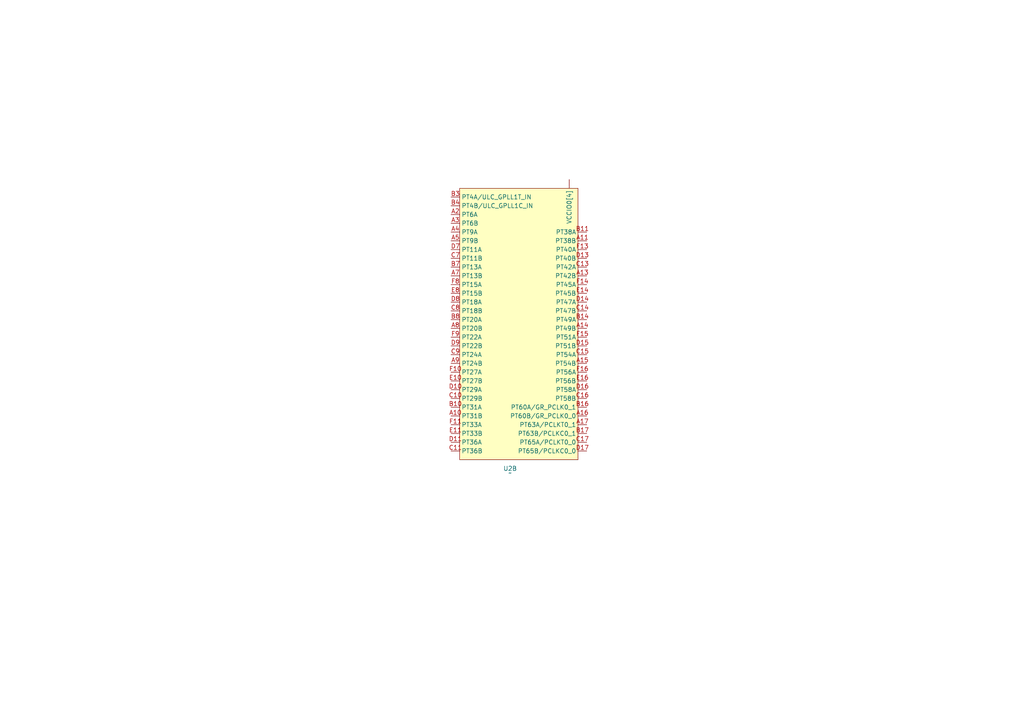
<source format=kicad_sch>
(kicad_sch (version 20231120) (generator "eeschema") (generator_version "8.0")
  (paper "A4")
  (title_block (title "${Project Designation}") (date "2024-06-30") (rev "${Revision}") (comment 1 "${Project Title}") (comment 2 "FPGA BANK 0") (comment 3 "${Part Number}"))
  (lib_symbols
    (symbol "ECAP5-BSOM:LFE5U-85F-*BG756*"
      (property "Reference" "U" (at -1.016 3.81 0))
      (symbol "LFE5U-85F-*BG756*_1_0"
        (pin power_in line (at 8.89 -15.24 90) (length 2.54) (name "GND[265]") (number ""))
        (pin power_in line (at 22.86 0 180) (length 2.54) (name "VCCAUX[8]") (number ""))
        (pin power_in line (at -5.08 0 0) (length 2.54) (name "VCC[36]") (number ""))
        (pin power_in line (at 8.89 -15.24 90) (length 2.54) hide (name "GND") (number "AA11"))
        (pin power_in line (at -5.08 0 0) (length 2.54) hide (name "VCC") (number "AA12"))
        (pin power_in line (at -5.08 0 0) (length 2.54) hide (name "VCC") (number "AA13"))
        (pin power_in line (at -5.08 0 0) (length 2.54) hide (name "VCC") (number "AA14"))
        (pin power_in line (at -5.08 0 0) (length 2.54) hide (name "VCC") (number "AA15"))
        (pin power_in line (at -5.08 0 0) (length 2.54) hide (name "VCC") (number "AA16"))
        (pin power_in line (at -5.08 0 0) (length 2.54) hide (name "VCC") (number "AA17"))
        (pin power_in line (at -5.08 0 0) (length 2.54) hide (name "VCC") (number "AA18"))
        (pin power_in line (at -5.08 0 0) (length 2.54) hide (name "VCC") (number "AA19"))
        (pin power_in line (at -5.08 0 0) (length 2.54) hide (name "VCC") (number "AA20"))
        (pin power_in line (at -5.08 0 0) (length 2.54) hide (name "VCC") (number "AA21"))
        (pin power_in line (at 8.89 -15.24 90) (length 2.54) hide (name "GND") (number "AA22"))
        (pin power_in line (at 8.89 -15.24 90) (length 2.54) hide (name "GND") (number "AB11"))
        (pin power_in line (at 8.89 -15.24 90) (length 2.54) hide (name "GND") (number "AB12"))
        (pin power_in line (at 8.89 -15.24 90) (length 2.54) hide (name "GND") (number "AB13"))
        (pin power_in line (at 8.89 -15.24 90) (length 2.54) hide (name "GND") (number "AB14"))
        (pin power_in line (at 8.89 -15.24 90) (length 2.54) hide (name "GND") (number "AB15"))
        (pin power_in line (at 8.89 -15.24 90) (length 2.54) hide (name "GND") (number "AB16"))
        (pin power_in line (at 8.89 -15.24 90) (length 2.54) hide (name "GND") (number "AB17"))
        (pin power_in line (at 8.89 -15.24 90) (length 2.54) hide (name "GND") (number "AB18"))
        (pin power_in line (at 8.89 -15.24 90) (length 2.54) hide (name "GND") (number "AB19"))
        (pin power_in line (at 8.89 -15.24 90) (length 2.54) hide (name "GND") (number "AB20"))
        (pin power_in line (at 8.89 -15.24 90) (length 2.54) hide (name "GND") (number "AB21"))
        (pin power_in line (at 8.89 -15.24 90) (length 2.54) hide (name "GND") (number "AB22"))
        (pin power_in line (at 22.86 0 180) (length 2.54) hide (name "VCCAUX") (number "AC11"))
        (pin power_in line (at 8.89 -15.24 90) (length 2.54) hide (name "GND") (number "AC12"))
        (pin power_in line (at 8.89 -15.24 90) (length 2.54) hide (name "GND") (number "AC13"))
        (pin power_in line (at 8.89 -15.24 90) (length 2.54) hide (name "GND") (number "AC14"))
        (pin power_in line (at 8.89 -15.24 90) (length 2.54) hide (name "GND") (number "AC15"))
        (pin power_in line (at 8.89 -15.24 90) (length 2.54) hide (name "GND") (number "AC16"))
        (pin power_in line (at 8.89 -15.24 90) (length 2.54) hide (name "GND") (number "AC17"))
        (pin power_in line (at 8.89 -15.24 90) (length 2.54) hide (name "GND") (number "AC18"))
        (pin power_in line (at 8.89 -15.24 90) (length 2.54) hide (name "GND") (number "AC19"))
        (pin power_in line (at 8.89 -15.24 90) (length 2.54) hide (name "GND") (number "AC20"))
        (pin power_in line (at 8.89 -15.24 90) (length 2.54) hide (name "GND") (number "AC21"))
        (pin power_in line (at 22.86 0 180) (length 2.54) hide (name "VCCAUX") (number "AC22"))
        (pin power_in line (at 8.89 -15.24 90) (length 2.54) hide (name "GND") (number "AD2"))
        (pin power_in line (at 8.89 -15.24 90) (length 2.54) hide (name "GND") (number "AD28"))
        (pin power_in line (at 8.89 -15.24 90) (length 2.54) hide (name "GND") (number "AD31"))
        (pin power_in line (at 8.89 -15.24 90) (length 2.54) hide (name "GND") (number "AD5"))
        (pin power_in line (at 8.89 -15.24 90) (length 2.54) hide (name "GND") (number "AF11"))
        (pin power_in line (at 8.89 -15.24 90) (length 2.54) hide (name "GND") (number "AF12"))
        (pin power_in line (at 8.89 -15.24 90) (length 2.54) hide (name "GND") (number "AF14"))
        (pin power_in line (at 8.89 -15.24 90) (length 2.54) hide (name "GND") (number "AF15"))
        (pin power_in line (at 8.89 -15.24 90) (length 2.54) hide (name "GND") (number "AF16"))
        (pin power_in line (at 8.89 -15.24 90) (length 2.54) hide (name "GND") (number "AF17"))
        (pin power_in line (at 8.89 -15.24 90) (length 2.54) hide (name "GND") (number "AF19"))
        (pin power_in line (at 8.89 -15.24 90) (length 2.54) hide (name "GND") (number "AF20"))
        (pin power_in line (at 8.89 -15.24 90) (length 2.54) hide (name "GND") (number "AF22"))
        (pin power_in line (at 8.89 -15.24 90) (length 2.54) hide (name "GND") (number "AF23"))
        (pin power_in line (at 8.89 -15.24 90) (length 2.54) hide (name "GND") (number "AG11"))
        (pin power_in line (at 8.89 -15.24 90) (length 2.54) hide (name "GND") (number "AG12"))
        (pin power_in line (at 8.89 -15.24 90) (length 2.54) hide (name "GND") (number "AG14"))
        (pin power_in line (at 8.89 -15.24 90) (length 2.54) hide (name "GND") (number "AG15"))
        (pin power_in line (at 8.89 -15.24 90) (length 2.54) hide (name "GND") (number "AG16"))
        (pin power_in line (at 8.89 -15.24 90) (length 2.54) hide (name "GND") (number "AG17"))
        (pin power_in line (at 8.89 -15.24 90) (length 2.54) hide (name "GND") (number "AG19"))
        (pin power_in line (at 8.89 -15.24 90) (length 2.54) hide (name "GND") (number "AG20"))
        (pin power_in line (at 8.89 -15.24 90) (length 2.54) hide (name "GND") (number "AG22"))
        (pin power_in line (at 8.89 -15.24 90) (length 2.54) hide (name "GND") (number "AG23"))
        (pin power_in line (at 8.89 -15.24 90) (length 2.54) hide (name "GND") (number "AG9"))
        (pin power_in line (at 8.89 -15.24 90) (length 2.54) hide (name "GND") (number "AH11"))
        (pin power_in line (at 8.89 -15.24 90) (length 2.54) hide (name "GND") (number "AH12"))
        (pin power_in line (at 8.89 -15.24 90) (length 2.54) hide (name "GND") (number "AH14"))
        (pin power_in line (at 8.89 -15.24 90) (length 2.54) hide (name "GND") (number "AH15"))
        (pin power_in line (at 8.89 -15.24 90) (length 2.54) hide (name "GND") (number "AH16"))
        (pin power_in line (at 8.89 -15.24 90) (length 2.54) hide (name "GND") (number "AH17"))
        (pin power_in line (at 8.89 -15.24 90) (length 2.54) hide (name "GND") (number "AH19"))
        (pin power_in line (at 8.89 -15.24 90) (length 2.54) hide (name "GND") (number "AH2"))
        (pin power_in line (at 8.89 -15.24 90) (length 2.54) hide (name "GND") (number "AH20"))
        (pin power_in line (at 8.89 -15.24 90) (length 2.54) hide (name "GND") (number "AH22"))
        (pin power_in line (at 8.89 -15.24 90) (length 2.54) hide (name "GND") (number "AH23"))
        (pin power_in line (at 8.89 -15.24 90) (length 2.54) hide (name "GND") (number "AH24"))
        (pin power_in line (at 8.89 -15.24 90) (length 2.54) hide (name "GND") (number "AH25"))
        (pin power_in line (at 8.89 -15.24 90) (length 2.54) hide (name "GND") (number "AH26"))
        (pin power_in line (at 8.89 -15.24 90) (length 2.54) hide (name "GND") (number "AH29"))
        (pin power_in line (at 8.89 -15.24 90) (length 2.54) hide (name "GND") (number "AH31"))
        (pin power_in line (at 8.89 -15.24 90) (length 2.54) hide (name "GND") (number "AH5"))
        (pin power_in line (at 8.89 -15.24 90) (length 2.54) hide (name "GND") (number "AH7"))
        (pin power_in line (at 8.89 -15.24 90) (length 2.54) hide (name "GND") (number "AH8"))
        (pin power_in line (at 8.89 -15.24 90) (length 2.54) hide (name "GND") (number "AH9"))
        (pin power_in line (at 8.89 -15.24 90) (length 2.54) hide (name "GND") (number "AJ10"))
        (pin power_in line (at 8.89 -15.24 90) (length 2.54) hide (name "GND") (number "AJ11"))
        (pin power_in line (at 8.89 -15.24 90) (length 2.54) hide (name "GND") (number "AJ12"))
        (pin power_in line (at 8.89 -15.24 90) (length 2.54) hide (name "GND") (number "AJ13"))
        (pin power_in line (at 8.89 -15.24 90) (length 2.54) hide (name "GND") (number "AJ14"))
        (pin power_in line (at 8.89 -15.24 90) (length 2.54) hide (name "GND") (number "AJ15"))
        (pin power_in line (at 8.89 -15.24 90) (length 2.54) hide (name "GND") (number "AJ16"))
        (pin power_in line (at 8.89 -15.24 90) (length 2.54) hide (name "GND") (number "AJ17"))
        (pin power_in line (at 8.89 -15.24 90) (length 2.54) hide (name "GND") (number "AJ18"))
        (pin power_in line (at 8.89 -15.24 90) (length 2.54) hide (name "GND") (number "AJ19"))
        (pin power_in line (at 8.89 -15.24 90) (length 2.54) hide (name "GND") (number "AJ20"))
        (pin power_in line (at 8.89 -15.24 90) (length 2.54) hide (name "GND") (number "AJ21"))
        (pin power_in line (at 8.89 -15.24 90) (length 2.54) hide (name "GND") (number "AJ22"))
        (pin power_in line (at 8.89 -15.24 90) (length 2.54) hide (name "GND") (number "AJ23"))
        (pin power_in line (at 8.89 -15.24 90) (length 2.54) hide (name "GND") (number "AJ24"))
        (pin power_in line (at 8.89 -15.24 90) (length 2.54) hide (name "GND") (number "AJ25"))
        (pin power_in line (at 8.89 -15.24 90) (length 2.54) hide (name "GND") (number "AJ26"))
        (pin power_in line (at 8.89 -15.24 90) (length 2.54) hide (name "GND") (number "AJ7"))
        (pin power_in line (at 8.89 -15.24 90) (length 2.54) hide (name "GND") (number "AJ8"))
        (pin power_in line (at 8.89 -15.24 90) (length 2.54) hide (name "GND") (number "AJ9"))
        (pin power_in line (at 8.89 -15.24 90) (length 2.54) hide (name "GND") (number "AK11"))
        (pin power_in line (at 8.89 -15.24 90) (length 2.54) hide (name "GND") (number "AK14"))
        (pin power_in line (at 8.89 -15.24 90) (length 2.54) hide (name "GND") (number "AK17"))
        (pin power_in line (at 8.89 -15.24 90) (length 2.54) hide (name "GND") (number "AK20"))
        (pin power_in line (at 8.89 -15.24 90) (length 2.54) hide (name "GND") (number "AK23"))
        (pin power_in line (at 8.89 -15.24 90) (length 2.54) hide (name "GND") (number "AK26"))
        (pin power_in line (at 8.89 -15.24 90) (length 2.54) hide (name "GND") (number "AK7"))
        (pin power_in line (at 8.89 -15.24 90) (length 2.54) hide (name "GND") (number "AK8"))
        (pin power_in line (at 8.89 -15.24 90) (length 2.54) hide (name "GND") (number "AL11"))
        (pin power_in line (at 8.89 -15.24 90) (length 2.54) hide (name "GND") (number "AL12"))
        (pin power_in line (at 8.89 -15.24 90) (length 2.54) hide (name "GND") (number "AL14"))
        (pin power_in line (at 8.89 -15.24 90) (length 2.54) hide (name "GND") (number "AL15"))
        (pin power_in line (at 8.89 -15.24 90) (length 2.54) hide (name "GND") (number "AL17"))
        (pin power_in line (at 8.89 -15.24 90) (length 2.54) hide (name "GND") (number "AL18"))
        (pin power_in line (at 8.89 -15.24 90) (length 2.54) hide (name "GND") (number "AL2"))
        (pin power_in line (at 8.89 -15.24 90) (length 2.54) hide (name "GND") (number "AL20"))
        (pin power_in line (at 8.89 -15.24 90) (length 2.54) hide (name "GND") (number "AL21"))
        (pin power_in line (at 8.89 -15.24 90) (length 2.54) hide (name "GND") (number "AL23"))
        (pin power_in line (at 8.89 -15.24 90) (length 2.54) hide (name "GND") (number "AL24"))
        (pin power_in line (at 8.89 -15.24 90) (length 2.54) hide (name "GND") (number "AL26"))
        (pin power_in line (at 8.89 -15.24 90) (length 2.54) hide (name "GND") (number "AL29"))
        (pin power_in line (at 8.89 -15.24 90) (length 2.54) hide (name "GND") (number "AL31"))
        (pin power_in line (at 8.89 -15.24 90) (length 2.54) hide (name "GND") (number "AL5"))
        (pin power_in line (at 8.89 -15.24 90) (length 2.54) hide (name "GND") (number "AL7"))
        (pin power_in line (at 8.89 -15.24 90) (length 2.54) hide (name "GND") (number "AL8"))
        (pin power_in line (at 8.89 -15.24 90) (length 2.54) hide (name "GND") (number "AL9"))
        (pin power_in line (at 8.89 -15.24 90) (length 2.54) hide (name "GND") (number "AM11"))
        (pin power_in line (at 8.89 -15.24 90) (length 2.54) hide (name "GND") (number "AM12"))
        (pin power_in line (at 8.89 -15.24 90) (length 2.54) hide (name "GND") (number "AM14"))
        (pin power_in line (at 8.89 -15.24 90) (length 2.54) hide (name "GND") (number "AM15"))
        (pin power_in line (at 8.89 -15.24 90) (length 2.54) hide (name "GND") (number "AM17"))
        (pin power_in line (at 8.89 -15.24 90) (length 2.54) hide (name "GND") (number "AM18"))
        (pin power_in line (at 8.89 -15.24 90) (length 2.54) hide (name "GND") (number "AM20"))
        (pin power_in line (at 8.89 -15.24 90) (length 2.54) hide (name "GND") (number "AM21"))
        (pin power_in line (at 8.89 -15.24 90) (length 2.54) hide (name "GND") (number "AM23"))
        (pin power_in line (at 8.89 -15.24 90) (length 2.54) hide (name "GND") (number "AM24"))
        (pin power_in line (at 8.89 -15.24 90) (length 2.54) hide (name "GND") (number "AM26"))
        (pin power_in line (at 8.89 -15.24 90) (length 2.54) hide (name "GND") (number "AM7"))
        (pin power_in line (at 8.89 -15.24 90) (length 2.54) hide (name "GND") (number "AM8"))
        (pin power_in line (at 8.89 -15.24 90) (length 2.54) hide (name "GND") (number "AM9"))
        (pin power_in line (at 8.89 -15.24 90) (length 2.54) hide (name "GND") (number "B13"))
        (pin power_in line (at 8.89 -15.24 90) (length 2.54) hide (name "GND") (number "B15"))
        (pin power_in line (at 8.89 -15.24 90) (length 2.54) hide (name "GND") (number "B18"))
        (pin power_in line (at 8.89 -15.24 90) (length 2.54) hide (name "GND") (number "B2"))
        (pin power_in line (at 8.89 -15.24 90) (length 2.54) hide (name "GND") (number "B20"))
        (pin power_in line (at 8.89 -15.24 90) (length 2.54) hide (name "GND") (number "B24"))
        (pin power_in line (at 8.89 -15.24 90) (length 2.54) hide (name "GND") (number "B28"))
        (pin power_in line (at 8.89 -15.24 90) (length 2.54) hide (name "GND") (number "B31"))
        (pin power_in line (at 8.89 -15.24 90) (length 2.54) hide (name "GND") (number "B5"))
        (pin power_in line (at 8.89 -15.24 90) (length 2.54) hide (name "GND") (number "B9"))
        (pin power_in line (at 8.89 -15.24 90) (length 2.54) hide (name "GND") (number "E13"))
        (pin power_in line (at 8.89 -15.24 90) (length 2.54) hide (name "GND") (number "E15"))
        (pin power_in line (at 8.89 -15.24 90) (length 2.54) hide (name "GND") (number "E18"))
        (pin power_in line (at 8.89 -15.24 90) (length 2.54) hide (name "GND") (number "E2"))
        (pin power_in line (at 8.89 -15.24 90) (length 2.54) hide (name "GND") (number "E20"))
        (pin power_in line (at 8.89 -15.24 90) (length 2.54) hide (name "GND") (number "E24"))
        (pin power_in line (at 8.89 -15.24 90) (length 2.54) hide (name "GND") (number "E28"))
        (pin power_in line (at 8.89 -15.24 90) (length 2.54) hide (name "GND") (number "E31"))
        (pin power_in line (at 8.89 -15.24 90) (length 2.54) hide (name "GND") (number "E5"))
        (pin power_in line (at 8.89 -15.24 90) (length 2.54) hide (name "GND") (number "E9"))
        (pin power_in line (at 8.89 -15.24 90) (length 2.54) hide (name "GND") (number "J2"))
        (pin power_in line (at 8.89 -15.24 90) (length 2.54) hide (name "GND") (number "J28"))
        (pin power_in line (at 8.89 -15.24 90) (length 2.54) hide (name "GND") (number "J31"))
        (pin power_in line (at 8.89 -15.24 90) (length 2.54) hide (name "GND") (number "J5"))
        (pin power_in line (at 8.89 -15.24 90) (length 2.54) hide (name "GND") (number "K10"))
        (pin power_in line (at 8.89 -15.24 90) (length 2.54) hide (name "GND") (number "K11"))
        (pin power_in line (at 22.86 0 180) (length 2.54) hide (name "VCCAUX") (number "K13"))
        (pin power_in line (at 22.86 0 180) (length 2.54) hide (name "VCCAUX") (number "K20"))
        (pin power_in line (at 8.89 -15.24 90) (length 2.54) hide (name "GND") (number "K22"))
        (pin power_in line (at 8.89 -15.24 90) (length 2.54) hide (name "GND") (number "K23"))
        (pin power_in line (at 8.89 -15.24 90) (length 2.54) hide (name "GND") (number "L10"))
        (pin power_in line (at 8.89 -15.24 90) (length 2.54) hide (name "GND") (number "L11"))
        (pin power_in line (at 8.89 -15.24 90) (length 2.54) hide (name "GND") (number "L12"))
        (pin power_in line (at 8.89 -15.24 90) (length 2.54) hide (name "GND") (number "L13"))
        (pin power_in line (at 8.89 -15.24 90) (length 2.54) hide (name "GND") (number "L14"))
        (pin power_in line (at 8.89 -15.24 90) (length 2.54) hide (name "GND") (number "L15"))
        (pin power_in line (at 8.89 -15.24 90) (length 2.54) hide (name "GND") (number "L16"))
        (pin power_in line (at 8.89 -15.24 90) (length 2.54) hide (name "GND") (number "L17"))
        (pin power_in line (at 8.89 -15.24 90) (length 2.54) hide (name "GND") (number "L18"))
        (pin power_in line (at 8.89 -15.24 90) (length 2.54) hide (name "GND") (number "L19"))
        (pin power_in line (at 8.89 -15.24 90) (length 2.54) hide (name "GND") (number "L20"))
        (pin power_in line (at 8.89 -15.24 90) (length 2.54) hide (name "GND") (number "L21"))
        (pin power_in line (at 8.89 -15.24 90) (length 2.54) hide (name "GND") (number "L22"))
        (pin power_in line (at 8.89 -15.24 90) (length 2.54) hide (name "GND") (number "L23"))
        (pin power_in line (at 8.89 -15.24 90) (length 2.54) hide (name "GND") (number "M11"))
        (pin power_in line (at -5.08 0 0) (length 2.54) hide (name "VCC") (number "M12"))
        (pin power_in line (at -5.08 0 0) (length 2.54) hide (name "VCC") (number "M13"))
        (pin power_in line (at -5.08 0 0) (length 2.54) hide (name "VCC") (number "M14"))
        (pin power_in line (at -5.08 0 0) (length 2.54) hide (name "VCC") (number "M15"))
        (pin power_in line (at -5.08 0 0) (length 2.54) hide (name "VCC") (number "M16"))
        (pin power_in line (at -5.08 0 0) (length 2.54) hide (name "VCC") (number "M17"))
        (pin power_in line (at -5.08 0 0) (length 2.54) hide (name "VCC") (number "M18"))
        (pin power_in line (at -5.08 0 0) (length 2.54) hide (name "VCC") (number "M19"))
        (pin power_in line (at -5.08 0 0) (length 2.54) hide (name "VCC") (number "M20"))
        (pin power_in line (at -5.08 0 0) (length 2.54) hide (name "VCC") (number "M21"))
        (pin power_in line (at 8.89 -15.24 90) (length 2.54) hide (name "GND") (number "M22"))
        (pin power_in line (at 22.86 0 180) (length 2.54) hide (name "VCCAUX") (number "N10"))
        (pin power_in line (at 8.89 -15.24 90) (length 2.54) hide (name "GND") (number "N11"))
        (pin power_in line (at -5.08 0 0) (length 2.54) hide (name "VCC") (number "N12"))
        (pin power_in line (at 8.89 -15.24 90) (length 2.54) hide (name "GND") (number "N13"))
        (pin power_in line (at 8.89 -15.24 90) (length 2.54) hide (name "GND") (number "N14"))
        (pin power_in line (at 8.89 -15.24 90) (length 2.54) hide (name "GND") (number "N15"))
        (pin power_in line (at 8.89 -15.24 90) (length 2.54) hide (name "GND") (number "N16"))
        (pin power_in line (at 8.89 -15.24 90) (length 2.54) hide (name "GND") (number "N17"))
        (pin power_in line (at 8.89 -15.24 90) (length 2.54) hide (name "GND") (number "N18"))
        (pin power_in line (at 8.89 -15.24 90) (length 2.54) hide (name "GND") (number "N19"))
        (pin power_in line (at 8.89 -15.24 90) (length 2.54) hide (name "GND") (number "N2"))
        (pin power_in line (at 8.89 -15.24 90) (length 2.54) hide (name "GND") (number "N20"))
        (pin power_in line (at -5.08 0 0) (length 2.54) hide (name "VCC") (number "N21"))
        (pin power_in line (at 8.89 -15.24 90) (length 2.54) hide (name "GND") (number "N22"))
        (pin power_in line (at 22.86 0 180) (length 2.54) hide (name "VCCAUX") (number "N23"))
        (pin power_in line (at 8.89 -15.24 90) (length 2.54) hide (name "GND") (number "N28"))
        (pin power_in line (at 8.89 -15.24 90) (length 2.54) hide (name "GND") (number "N31"))
        (pin power_in line (at 8.89 -15.24 90) (length 2.54) hide (name "GND") (number "N5"))
        (pin power_in line (at 8.89 -15.24 90) (length 2.54) hide (name "GND") (number "P11"))
        (pin power_in line (at -5.08 0 0) (length 2.54) hide (name "VCC") (number "P12"))
        (pin power_in line (at 8.89 -15.24 90) (length 2.54) hide (name "GND") (number "P13"))
        (pin power_in line (at 8.89 -15.24 90) (length 2.54) hide (name "GND") (number "P14"))
        (pin power_in line (at 8.89 -15.24 90) (length 2.54) hide (name "GND") (number "P15"))
        (pin power_in line (at 8.89 -15.24 90) (length 2.54) hide (name "GND") (number "P16"))
        (pin power_in line (at 8.89 -15.24 90) (length 2.54) hide (name "GND") (number "P17"))
        (pin power_in line (at 8.89 -15.24 90) (length 2.54) hide (name "GND") (number "P18"))
        (pin power_in line (at 8.89 -15.24 90) (length 2.54) hide (name "GND") (number "P19"))
        (pin power_in line (at -5.08 0 0) (length 2.54) hide (name "VCC") (number "P21"))
        (pin power_in line (at 8.89 -15.24 90) (length 2.54) hide (name "GND") (number "P22"))
        (pin power_in line (at -5.08 0 0) (length 2.54) hide (name "VCC") (number "R12"))
        (pin power_in line (at 8.89 -15.24 90) (length 2.54) hide (name "GND") (number "R13"))
        (pin power_in line (at 8.89 -15.24 90) (length 2.54) hide (name "GND") (number "R14"))
        (pin power_in line (at 8.89 -15.24 90) (length 2.54) hide (name "GND") (number "R15"))
        (pin power_in line (at 8.89 -15.24 90) (length 2.54) hide (name "GND") (number "R16"))
        (pin power_in line (at 8.89 -15.24 90) (length 2.54) hide (name "GND") (number "R17"))
        (pin power_in line (at 8.89 -15.24 90) (length 2.54) hide (name "GND") (number "R18"))
        (pin power_in line (at 8.89 -15.24 90) (length 2.54) hide (name "GND") (number "R19"))
        (pin power_in line (at 8.89 -15.24 90) (length 2.54) hide (name "GND") (number "R2"))
        (pin power_in line (at 8.89 -15.24 90) (length 2.54) hide (name "GND") (number "R20"))
        (pin power_in line (at -5.08 0 0) (length 2.54) hide (name "VCC") (number "R21"))
        (pin power_in line (at 8.89 -15.24 90) (length 2.54) hide (name "GND") (number "R22"))
        (pin power_in line (at 8.89 -15.24 90) (length 2.54) hide (name "GND") (number "R28"))
        (pin power_in line (at 8.89 -15.24 90) (length 2.54) hide (name "GND") (number "R31"))
        (pin power_in line (at 8.89 -15.24 90) (length 2.54) hide (name "GND") (number "R5"))
        (pin power_in line (at 8.89 -15.24 90) (length 2.54) hide (name "GND") (number "T11"))
        (pin power_in line (at -5.08 0 0) (length 2.54) hide (name "VCC") (number "T12"))
        (pin power_in line (at 8.89 -15.24 90) (length 2.54) hide (name "GND") (number "T13"))
        (pin power_in line (at 8.89 -15.24 90) (length 2.54) hide (name "GND") (number "T14"))
        (pin power_in line (at 8.89 -15.24 90) (length 2.54) hide (name "GND") (number "T15"))
        (pin power_in line (at 8.89 -15.24 90) (length 2.54) hide (name "GND") (number "T16"))
        (pin power_in line (at 8.89 -15.24 90) (length 2.54) hide (name "GND") (number "T17"))
        (pin power_in line (at 8.89 -15.24 90) (length 2.54) hide (name "GND") (number "T18"))
        (pin power_in line (at 8.89 -15.24 90) (length 2.54) hide (name "GND") (number "T19"))
        (pin power_in line (at 8.89 -15.24 90) (length 2.54) hide (name "GND") (number "T20"))
        (pin power_in line (at -5.08 0 0) (length 2.54) hide (name "VCC") (number "T21"))
        (pin power_in line (at 8.89 -15.24 90) (length 2.54) hide (name "GND") (number "T22"))
        (pin power_in line (at 8.89 -15.24 90) (length 2.54) hide (name "GND") (number "U11"))
        (pin power_in line (at -5.08 0 0) (length 2.54) hide (name "VCC") (number "U12"))
        (pin power_in line (at 8.89 -15.24 90) (length 2.54) hide (name "GND") (number "U13"))
        (pin power_in line (at 8.89 -15.24 90) (length 2.54) hide (name "GND") (number "U14"))
        (pin power_in line (at 8.89 -15.24 90) (length 2.54) hide (name "GND") (number "U15"))
        (pin power_in line (at 8.89 -15.24 90) (length 2.54) hide (name "GND") (number "U16"))
        (pin power_in line (at 8.89 -15.24 90) (length 2.54) hide (name "GND") (number "U17"))
        (pin power_in line (at 8.89 -15.24 90) (length 2.54) hide (name "GND") (number "U18"))
        (pin power_in line (at 8.89 -15.24 90) (length 2.54) hide (name "GND") (number "U19"))
        (pin power_in line (at 8.89 -15.24 90) (length 2.54) hide (name "GND") (number "U20"))
        (pin power_in line (at -5.08 0 0) (length 2.54) hide (name "VCC") (number "U21"))
        (pin power_in line (at 8.89 -15.24 90) (length 2.54) hide (name "GND") (number "U22"))
        (pin power_in line (at 8.89 -15.24 90) (length 2.54) hide (name "GND") (number "V11"))
        (pin power_in line (at -5.08 0 0) (length 2.54) hide (name "VCC") (number "V12"))
        (pin power_in line (at 8.89 -15.24 90) (length 2.54) hide (name "GND") (number "V13"))
        (pin power_in line (at 8.89 -15.24 90) (length 2.54) hide (name "GND") (number "V14"))
        (pin power_in line (at 8.89 -15.24 90) (length 2.54) hide (name "GND") (number "V15"))
        (pin power_in line (at 8.89 -15.24 90) (length 2.54) hide (name "GND") (number "V16"))
        (pin power_in line (at 8.89 -15.24 90) (length 2.54) hide (name "GND") (number "V17"))
        (pin power_in line (at 8.89 -15.24 90) (length 2.54) hide (name "GND") (number "V18"))
        (pin power_in line (at 8.89 -15.24 90) (length 2.54) hide (name "GND") (number "V19"))
        (pin power_in line (at 8.89 -15.24 90) (length 2.54) hide (name "GND") (number "V2"))
        (pin power_in line (at 8.89 -15.24 90) (length 2.54) hide (name "GND") (number "V20"))
        (pin power_in line (at -5.08 0 0) (length 2.54) hide (name "VCC") (number "V21"))
        (pin power_in line (at 8.89 -15.24 90) (length 2.54) hide (name "GND") (number "V22"))
        (pin power_in line (at 8.89 -15.24 90) (length 2.54) hide (name "GND") (number "V28"))
        (pin power_in line (at 8.89 -15.24 90) (length 2.54) hide (name "GND") (number "V31"))
        (pin power_in line (at 8.89 -15.24 90) (length 2.54) hide (name "GND") (number "V5"))
        (pin power_in line (at 8.89 -15.24 90) (length 2.54) hide (name "GND") (number "W11"))
        (pin power_in line (at -5.08 0 0) (length 2.54) hide (name "VCC") (number "W12"))
        (pin power_in line (at 8.89 -15.24 90) (length 2.54) hide (name "GND") (number "W13"))
        (pin power_in line (at 8.89 -15.24 90) (length 2.54) hide (name "GND") (number "W14"))
        (pin power_in line (at 8.89 -15.24 90) (length 2.54) hide (name "GND") (number "W15"))
        (pin power_in line (at 8.89 -15.24 90) (length 2.54) hide (name "GND") (number "W16"))
        (pin power_in line (at 8.89 -15.24 90) (length 2.54) hide (name "GND") (number "W17"))
        (pin power_in line (at 8.89 -15.24 90) (length 2.54) hide (name "GND") (number "W18"))
        (pin power_in line (at 8.89 -15.24 90) (length 2.54) hide (name "GND") (number "W19"))
        (pin power_in line (at 8.89 -15.24 90) (length 2.54) hide (name "GND") (number "W20"))
        (pin power_in line (at -5.08 0 0) (length 2.54) hide (name "VCC") (number "W21"))
        (pin power_in line (at 8.89 -15.24 90) (length 2.54) hide (name "GND") (number "W22"))
        (pin power_in line (at 22.86 0 180) (length 2.54) hide (name "VCCAUX") (number "Y10"))
        (pin power_in line (at 8.89 -15.24 90) (length 2.54) hide (name "GND") (number "Y11"))
        (pin power_in line (at -5.08 0 0) (length 2.54) hide (name "VCC") (number "Y12"))
        (pin power_in line (at 8.89 -15.24 90) (length 2.54) hide (name "GND") (number "Y13"))
        (pin power_in line (at 8.89 -15.24 90) (length 2.54) hide (name "GND") (number "Y14"))
        (pin power_in line (at 8.89 -15.24 90) (length 2.54) hide (name "GND") (number "Y15"))
        (pin power_in line (at 8.89 -15.24 90) (length 2.54) hide (name "GND") (number "Y16"))
        (pin power_in line (at 8.89 -15.24 90) (length 2.54) hide (name "GND") (number "Y17"))
        (pin power_in line (at 8.89 -15.24 90) (length 2.54) hide (name "GND") (number "Y18"))
        (pin power_in line (at 8.89 -15.24 90) (length 2.54) hide (name "GND") (number "Y19"))
        (pin power_in line (at 8.89 -15.24 90) (length 2.54) hide (name "GND") (number "Y2"))
        (pin power_in line (at 8.89 -15.24 90) (length 2.54) hide (name "GND") (number "Y20"))
        (pin power_in line (at -5.08 0 0) (length 2.54) hide (name "VCC") (number "Y21"))
        (pin power_in line (at 8.89 -15.24 90) (length 2.54) hide (name "GND") (number "Y22"))
        (pin power_in line (at 22.86 0 180) (length 2.54) hide (name "VCCAUX") (number "Y23"))
        (pin power_in line (at 8.89 -15.24 90) (length 2.54) hide (name "GND") (number "Y31"))
      )
      (symbol "LFE5U-85F-*BG756*_1_1"
        (rectangle (start -2.54 2.54) (end 20.32 -12.7) (fill (type background)))
      )
      (symbol "LFE5U-85F-*BG756*_2_0"
        (pin power_in line (at 30.48 5.08 270) (length 2.54) (name "VCCIO0[4]") (number ""))
        (pin power_in line (at -3.81 -63.5 0) (length 2.54) (name "PT31B") (number "A10"))
        (pin power_in line (at 35.56 -12.7 180) (length 2.54) (name "PT38B") (number "A11"))
        (pin power_in line (at 35.56 -22.86 180) (length 2.54) (name "PT42B") (number "A13"))
        (pin power_in line (at 35.56 -38.1 180) (length 2.54) (name "PT49B") (number "A14"))
        (pin power_in line (at 35.56 -48.26 180) (length 2.54) (name "PT54B") (number "A15"))
        (pin power_in line (at 35.56 -63.5 180) (length 2.54) (name "PT60B/GR_PCLK0_0") (number "A16"))
        (pin power_in line (at 35.56 -66.04 180) (length 2.54) (name "PT63A/PCLKT0_1") (number "A17"))
        (pin power_in line (at -3.81 -5.08 0) (length 2.54) (name "PT6A") (number "A2"))
        (pin power_in line (at -3.81 -7.62 0) (length 2.54) (name "PT6B") (number "A3"))
        (pin power_in line (at -3.81 -10.16 0) (length 2.54) (name "PT9A") (number "A4"))
        (pin power_in line (at -3.81 -12.7 0) (length 2.54) (name "PT9B") (number "A5"))
        (pin power_in line (at -3.81 -22.86 0) (length 2.54) (name "PT13B") (number "A7"))
        (pin power_in line (at -3.81 -38.1 0) (length 2.54) (name "PT20B") (number "A8"))
        (pin power_in line (at -3.81 -48.26 0) (length 2.54) (name "PT24B") (number "A9"))
        (pin power_in line (at -3.81 -60.96 0) (length 2.54) (name "PT31A") (number "B10"))
        (pin power_in line (at 35.56 -10.16 180) (length 2.54) (name "PT38A") (number "B11"))
        (pin power_in line (at 35.56 -35.56 180) (length 2.54) (name "PT49A") (number "B14"))
        (pin power_in line (at 35.56 -60.96 180) (length 2.54) (name "PT60A/GR_PCLK0_1") (number "B16"))
        (pin power_in line (at 35.56 -68.58 180) (length 2.54) (name "PT63B/PCLKC0_1") (number "B17"))
        (pin power_in line (at -3.81 0 0) (length 2.54) (name "PT4A/ULC_GPLL1T_IN") (number "B3"))
        (pin power_in line (at -3.81 -2.54 0) (length 2.54) (name "PT4B/ULC_GPLL1C_IN") (number "B4"))
        (pin power_in line (at -3.81 -20.32 0) (length 2.54) (name "PT13A") (number "B7"))
        (pin power_in line (at -3.81 -35.56 0) (length 2.54) (name "PT20A") (number "B8"))
        (pin power_in line (at -3.81 -58.42 0) (length 2.54) (name "PT29B") (number "C10"))
        (pin power_in line (at -3.81 -73.66 0) (length 2.54) (name "PT36B") (number "C11"))
        (pin power_in line (at 35.56 -20.32 180) (length 2.54) (name "PT42A") (number "C13"))
        (pin power_in line (at 35.56 -33.02 180) (length 2.54) (name "PT47B") (number "C14"))
        (pin power_in line (at 35.56 -45.72 180) (length 2.54) (name "PT54A") (number "C15"))
        (pin power_in line (at 35.56 -58.42 180) (length 2.54) (name "PT58B") (number "C16"))
        (pin power_in line (at 35.56 -71.12 180) (length 2.54) (name "PT65A/PCLKT0_0") (number "C17"))
        (pin power_in line (at -3.81 -17.78 0) (length 2.54) (name "PT11B") (number "C7"))
        (pin power_in line (at -3.81 -33.02 0) (length 2.54) (name "PT18B") (number "C8"))
        (pin power_in line (at -3.81 -45.72 0) (length 2.54) (name "PT24A") (number "C9"))
        (pin power_in line (at -3.81 -55.88 0) (length 2.54) (name "PT29A") (number "D10"))
        (pin power_in line (at -3.81 -71.12 0) (length 2.54) (name "PT36A") (number "D11"))
        (pin power_in line (at 35.56 -17.78 180) (length 2.54) (name "PT40B") (number "D13"))
        (pin power_in line (at 35.56 -30.48 180) (length 2.54) (name "PT47A") (number "D14"))
        (pin power_in line (at 35.56 -43.18 180) (length 2.54) (name "PT51B") (number "D15"))
        (pin power_in line (at 35.56 -55.88 180) (length 2.54) (name "PT58A") (number "D16"))
        (pin power_in line (at 35.56 -73.66 180) (length 2.54) (name "PT65B/PCLKC0_0") (number "D17"))
        (pin power_in line (at -3.81 -15.24 0) (length 2.54) (name "PT11A") (number "D7"))
        (pin power_in line (at -3.81 -30.48 0) (length 2.54) (name "PT18A") (number "D8"))
        (pin power_in line (at -3.81 -43.18 0) (length 2.54) (name "PT22B") (number "D9"))
        (pin power_in line (at -3.81 -53.34 0) (length 2.54) (name "PT27B") (number "E10"))
        (pin power_in line (at -3.81 -68.58 0) (length 2.54) (name "PT33B") (number "E11"))
        (pin power_in line (at 35.56 -27.94 180) (length 2.54) (name "PT45B") (number "E14"))
        (pin power_in line (at 35.56 -53.34 180) (length 2.54) (name "PT56B") (number "E16"))
        (pin power_in line (at -3.81 -27.94 0) (length 2.54) (name "PT15B") (number "E8"))
        (pin power_in line (at -3.81 -50.8 0) (length 2.54) (name "PT27A") (number "F10"))
        (pin power_in line (at -3.81 -66.04 0) (length 2.54) (name "PT33A") (number "F11"))
        (pin power_in line (at 35.56 -15.24 180) (length 2.54) (name "PT40A") (number "F13"))
        (pin power_in line (at 35.56 -25.4 180) (length 2.54) (name "PT45A") (number "F14"))
        (pin power_in line (at 35.56 -40.64 180) (length 2.54) (name "PT51A") (number "F15"))
        (pin power_in line (at 35.56 -50.8 180) (length 2.54) (name "PT56A") (number "F16"))
        (pin power_in line (at -3.81 -25.4 0) (length 2.54) (name "PT15A") (number "F8"))
        (pin power_in line (at -3.81 -40.64 0) (length 2.54) (name "PT22A") (number "F9"))
        (pin power_in line (at 30.48 5.08 270) (length 2.54) hide (name "VCCIO0") (number "K12"))
        (pin power_in line (at 30.48 5.08 270) (length 2.54) hide (name "VCCIO0") (number "K14"))
        (pin power_in line (at 30.48 5.08 270) (length 2.54) hide (name "VCCIO0") (number "K15"))
        (pin power_in line (at 30.48 5.08 270) (length 2.54) hide (name "VCCIO0") (number "K16"))
      )
      (symbol "LFE5U-85F-*BG756*_2_1"
        (rectangle (start -1.27 2.54) (end 33.02 -76.2) (fill (type background)))
      )
      (symbol "LFE5U-85F-*BG756*_3_0"
        (pin power_in line (at 30.48 5.08 270) (length 2.54) (name "VCCIO1[4]") (number ""))
        (pin power_in line (at -3.81 -5.08 0) (length 2.54) (name "PT71A/PCLKT1_0") (number "A18"))
        (pin power_in line (at -3.81 -15.24 0) (length 2.54) (name "PT76A") (number "A19"))
        (pin power_in line (at -3.81 -30.48 0) (length 2.54) (name "PT83A") (number "A20"))
        (pin power_in line (at -3.81 -40.64 0) (length 2.54) (name "PT87A") (number "A22"))
        (pin power_in line (at -3.81 -55.88 0) (length 2.54) (name "PT94A") (number "A23"))
        (pin power_in line (at -3.81 -71.12 0) (length 2.54) (name "PT101A") (number "A24"))
        (pin power_in line (at 35.56 -35.56 180) (length 2.54) (name "PT105A") (number "A25"))
        (pin power_in line (at 35.56 -50.8 180) (length 2.54) (name "PT112A") (number "A26"))
        (pin power_in line (at 35.56 -60.96 180) (length 2.54) (name "PT116A") (number "A28"))
        (pin power_in line (at 35.56 -63.5 180) (length 2.54) (name "PT116B") (number "A29"))
        (pin power_in line (at 35.56 -66.04 180) (length 2.54) (name "PT119A") (number "A30"))
        (pin power_in line (at 35.56 -68.58 180) (length 2.54) (name "PT119B") (number "A31"))
        (pin power_in line (at -3.81 -17.78 0) (length 2.54) (name "PT76B") (number "B19"))
        (pin power_in line (at -3.81 -43.18 0) (length 2.54) (name "PT87B") (number "B22"))
        (pin power_in line (at -3.81 -58.42 0) (length 2.54) (name "PT94B") (number "B23"))
        (pin power_in line (at 35.56 -38.1 180) (length 2.54) (name "PT105B") (number "B25"))
        (pin power_in line (at 35.56 -53.34 180) (length 2.54) (name "PT112B") (number "B26"))
        (pin power_in line (at 35.56 -71.12 180) (length 2.54) (name "PT121A/URC_GPLL1T_IN") (number "B29"))
        (pin power_in line (at 35.56 -73.66 180) (length 2.54) (name "PT121B/URC_GPLL1C_IN") (number "B30"))
        (pin power_in line (at -3.81 -7.62 0) (length 2.54) (name "PT71B/PCLKC1_0") (number "C18"))
        (pin power_in line (at -3.81 -20.32 0) (length 2.54) (name "PT78A") (number "C19"))
        (pin power_in line (at -3.81 -33.02 0) (length 2.54) (name "PT83B") (number "C20"))
        (pin power_in line (at -3.81 -45.72 0) (length 2.54) (name "PT89A") (number "C22"))
        (pin power_in line (at -3.81 -60.96 0) (length 2.54) (name "PT96A") (number "C23"))
        (pin power_in line (at -3.81 -73.66 0) (length 2.54) (name "PT101B") (number "C24"))
        (pin power_in line (at 35.56 -40.64 180) (length 2.54) (name "PT107A") (number "C25"))
        (pin power_in line (at 35.56 -55.88 180) (length 2.54) (name "PT114A") (number "C26"))
        (pin power_in line (at -3.81 -10.16 0) (length 2.54) (name "PT74A/GR_PCLK1_0") (number "D18"))
        (pin power_in line (at -3.81 -22.86 0) (length 2.54) (name "PT78B") (number "D19"))
        (pin power_in line (at -3.81 -35.56 0) (length 2.54) (name "PT85A") (number "D20"))
        (pin power_in line (at -3.81 -48.26 0) (length 2.54) (name "PT89B") (number "D22"))
        (pin power_in line (at -3.81 -63.5 0) (length 2.54) (name "PT96B") (number "D23"))
        (pin power_in line (at 35.56 -30.48 180) (length 2.54) (name "PT103A") (number "D24"))
        (pin power_in line (at 35.56 -43.18 180) (length 2.54) (name "PT107B") (number "D25"))
        (pin power_in line (at 35.56 -58.42 180) (length 2.54) (name "PT114B") (number "D26"))
        (pin power_in line (at -3.81 0 0) (length 2.54) (name "PT69A/PCLKT1_1") (number "E17"))
        (pin power_in line (at -3.81 -25.4 0) (length 2.54) (name "PT80A") (number "E19"))
        (pin power_in line (at -3.81 -50.8 0) (length 2.54) (name "PT92A") (number "E22"))
        (pin power_in line (at -3.81 -66.04 0) (length 2.54) (name "PT98A") (number "E23"))
        (pin power_in line (at 35.56 -45.72 180) (length 2.54) (name "PT110A") (number "E25"))
        (pin power_in line (at -3.81 -2.54 0) (length 2.54) (name "PT69B/PCLKC1_1") (number "F17"))
        (pin power_in line (at -3.81 -12.7 0) (length 2.54) (name "PT74B/GR_PCLK1_1") (number "F18"))
        (pin power_in line (at -3.81 -27.94 0) (length 2.54) (name "PT80B") (number "F19"))
        (pin power_in line (at -3.81 -38.1 0) (length 2.54) (name "PT85B") (number "F20"))
        (pin power_in line (at -3.81 -53.34 0) (length 2.54) (name "PT92B") (number "F22"))
        (pin power_in line (at -3.81 -68.58 0) (length 2.54) (name "PT98B") (number "F23"))
        (pin power_in line (at 35.56 -33.02 180) (length 2.54) (name "PT103B") (number "F24"))
        (pin power_in line (at 35.56 -48.26 180) (length 2.54) (name "PT110B") (number "F25"))
        (pin power_in line (at 30.48 5.08 270) (length 2.54) hide (name "VCCIO1") (number "K17"))
        (pin power_in line (at 30.48 5.08 270) (length 2.54) hide (name "VCCIO1") (number "K18"))
        (pin power_in line (at 30.48 5.08 270) (length 2.54) hide (name "VCCIO1") (number "K19"))
        (pin power_in line (at 30.48 5.08 270) (length 2.54) hide (name "VCCIO1") (number "K21"))
      )
      (symbol "LFE5U-85F-*BG756*_3_1"
        (rectangle (start -1.27 2.54) (end 33.02 -76.2) (fill (type background)))
      )
      (symbol "LFE5U-85F-*BG756*_4_0"
        (pin power_in line (at 30.48 5.08 270) (length 2.54) (name "VCCIO2[4]") (number ""))
        (pin power_in line (at -3.81 -20.32 0) (length 2.54) (name "PR17A") (number "B32"))
        (pin power_in line (at -3.81 0 0) (length 2.54) (name "PR11A/URC_GPLL0T_IN") (number "C28"))
        (pin power_in line (at -3.81 -5.08 0) (length 2.54) (name "PR11C") (number "C29"))
        (pin power_in line (at -3.81 -7.62 0) (length 2.54) (name "PR11D") (number "C30"))
        (pin power_in line (at -3.81 -22.86 0) (length 2.54) (name "PR17B") (number "C31"))
        (pin power_in line (at -3.81 -35.56 0) (length 2.54) (name "PR20C") (number "C32"))
        (pin power_in line (at -3.81 -2.54 0) (length 2.54) (name "PR11B/URC_GPLL0C_IN") (number "D28"))
        (pin power_in line (at -3.81 -10.16 0) (length 2.54) (name "PR14A") (number "D29"))
        (pin power_in line (at -3.81 -25.4 0) (length 2.54) (name "PR17C") (number "D30"))
        (pin power_in line (at -3.81 -27.94 0) (length 2.54) (name "PR17D") (number "D31"))
        (pin power_in line (at -3.81 -38.1 0) (length 2.54) (name "PR20D") (number "D32"))
        (pin power_in line (at -3.81 -12.7 0) (length 2.54) (name "PR14B") (number "E29"))
        (pin power_in line (at -3.81 -33.02 0) (length 2.54) (name "PR20B") (number "E30"))
        (pin power_in line (at -3.81 -43.18 0) (length 2.54) (name "PR23B") (number "E32"))
        (pin power_in line (at -3.81 -17.78 0) (length 2.54) (name "PR14D") (number "F28"))
        (pin power_in line (at -3.81 -15.24 0) (length 2.54) (name "PR14C") (number "F29"))
        (pin power_in line (at -3.81 -30.48 0) (length 2.54) (name "PR20A") (number "F30"))
        (pin power_in line (at -3.81 -40.64 0) (length 2.54) (name "PR23A") (number "F31"))
        (pin power_in line (at -3.81 -45.72 0) (length 2.54) (name "PR23C") (number "F32"))
        (pin power_in line (at 35.56 -35.56 180) (length 2.54) (name "PR35A") (number "H27"))
        (pin power_in line (at 35.56 -38.1 180) (length 2.54) (name "PR35B") (number "H28"))
        (pin power_in line (at -3.81 -53.34 0) (length 2.54) (name "PR26B") (number "H30"))
        (pin power_in line (at -3.81 -50.8 0) (length 2.54) (name "PR26A") (number "H31"))
        (pin power_in line (at -3.81 -48.26 0) (length 2.54) (name "PR23D") (number "H32"))
        (pin power_in line (at 35.56 -40.64 180) (length 2.54) (name "PR35C/VREF1_2") (number "J26"))
        (pin power_in line (at 35.56 -43.18 180) (length 2.54) (name "PR35D") (number "J27"))
        (pin power_in line (at 35.56 -30.48 180) (length 2.54) (name "PR32C") (number "J29"))
        (pin power_in line (at -3.81 -55.88 0) (length 2.54) (name "PR26C") (number "J30"))
        (pin power_in line (at -3.81 -63.5 0) (length 2.54) (name "PR29B") (number "J32"))
        (pin power_in line (at 35.56 -48.26 180) (length 2.54) (name "PR38B") (number "K26"))
        (pin power_in line (at 35.56 -45.72 180) (length 2.54) (name "PR38A") (number "K27"))
        (pin power_in line (at 35.56 -50.8 180) (length 2.54) (name "PR38C") (number "K28"))
        (pin power_in line (at 35.56 -33.02 180) (length 2.54) (name "PR32D") (number "K29"))
        (pin power_in line (at -3.81 -58.42 0) (length 2.54) (name "PR26D") (number "K30"))
        (pin power_in line (at -3.81 -60.96 0) (length 2.54) (name "PR29A") (number "K31"))
        (pin power_in line (at -3.81 -66.04 0) (length 2.54) (name "PR29C") (number "K32"))
        (pin power_in line (at 35.56 -60.96 180) (length 2.54) (name "PR41C/GR_PCLK2_0") (number "L26"))
        (pin power_in line (at 35.56 -63.5 180) (length 2.54) (name "PR41D") (number "L27"))
        (pin power_in line (at 35.56 -53.34 180) (length 2.54) (name "PR38D") (number "L29"))
        (pin power_in line (at -3.81 -73.66 0) (length 2.54) (name "PR32B") (number "L30"))
        (pin power_in line (at -3.81 -71.12 0) (length 2.54) (name "PR32A") (number "L31"))
        (pin power_in line (at -3.81 -68.58 0) (length 2.54) (name "PR29D") (number "L32"))
        (pin power_in line (at 30.48 5.08 270) (length 2.54) hide (name "VCCIO2") (number "M23"))
        (pin power_in line (at 35.56 -68.58 180) (length 2.54) (name "PR44B/PCLKC2_1") (number "N26"))
        (pin power_in line (at 35.56 -66.04 180) (length 2.54) (name "PR44A/PCLKT2_1") (number "N27"))
        (pin power_in line (at 35.56 -58.42 180) (length 2.54) (name "PR41B") (number "N29"))
        (pin power_in line (at 35.56 -55.88 180) (length 2.54) (name "PR41A/GR_PCLK2_1") (number "N30"))
        (pin power_in line (at 30.48 5.08 270) (length 2.54) hide (name "VCCIO2") (number "P23"))
        (pin power_in line (at 35.56 -73.66 180) (length 2.54) (name "PR44D/PCLKC2_0") (number "P26"))
        (pin power_in line (at 35.56 -71.12 180) (length 2.54) (name "PR44C/PCLKT2_0") (number "P27"))
        (pin power_in line (at 30.48 5.08 270) (length 2.54) hide (name "VCCIO2") (number "R23"))
        (pin power_in line (at 30.48 5.08 270) (length 2.54) hide (name "VCCIO2") (number "T23"))
      )
      (symbol "LFE5U-85F-*BG756*_4_1"
        (rectangle (start -1.27 2.54) (end 33.02 -76.2) (fill (type background)))
      )
      (symbol "LFE5U-85F-*BG756*_5_0"
        (pin power_in line (at 50.8 11.43 180) (length 2.54) (name "VCCIO3") (number ""))
        (pin power_in line (at 50.8 11.43 180) (length 2.54) hide (name "VCCIO3") (number "AA23"))
        (pin power_in line (at 50.8 11.43 180) (length 2.54) hide (name "VCCIO3") (number "U23"))
        (pin power_in line (at 50.8 11.43 180) (length 2.54) hide (name "VCCIO3") (number "V23"))
        (pin power_in line (at 50.8 11.43 180) (length 2.54) hide (name "VCCIO3") (number "W23"))
      )
      (symbol "LFE5U-85F-*BG756*_6_0"
        (pin power_in line (at 50.8 8.89 180) (length 2.54) (name "VCCIO4") (number ""))
        (pin power_in line (at 50.8 8.89 180) (length 2.54) hide (name "VCCIO4") (number "AB23"))
        (pin power_in line (at 50.8 8.89 180) (length 2.54) hide (name "VCCIO4") (number "AC23"))
      )
      (symbol "LFE5U-85F-*BG756*_7_0"
        (pin power_in line (at 50.8 6.35 180) (length 2.54) (name "VCCIO6") (number ""))
        (pin power_in line (at 50.8 6.35 180) (length 2.54) hide (name "VCCIO6") (number "AA10"))
        (pin power_in line (at 50.8 6.35 180) (length 2.54) hide (name "VCCIO6") (number "U10"))
        (pin power_in line (at 50.8 6.35 180) (length 2.54) hide (name "VCCIO6") (number "V10"))
        (pin power_in line (at 50.8 6.35 180) (length 2.54) hide (name "VCCIO6") (number "W10"))
      )
      (symbol "LFE5U-85F-*BG756*_8_0"
        (pin power_in line (at 50.8 3.81 180) (length 2.54) (name "VCCIO7") (number ""))
        (pin power_in line (at 50.8 3.81 180) (length 2.54) hide (name "VCCIO7") (number "M10"))
        (pin power_in line (at 50.8 3.81 180) (length 2.54) hide (name "VCCIO7") (number "P10"))
        (pin power_in line (at 50.8 3.81 180) (length 2.54) hide (name "VCCIO7") (number "R10"))
        (pin power_in line (at 50.8 3.81 180) (length 2.54) hide (name "VCCIO7") (number "T10"))
      )
      (symbol "LFE5U-85F-*BG756*_9_0"
        (pin power_in line (at 50.8 1.27 180) (length 2.54) (name "VCCIO8") (number ""))
        (pin power_in line (at 50.8 1.27 180) (length 2.54) hide (name "VCCIO8") (number "AB10"))
        (pin power_in line (at 50.8 1.27 180) (length 2.54) hide (name "VCCIO8") (number "AC10"))
      )
    )
  )
  (symbol (lib_id "ECAP5-BSOM:LFE5U-85F-*BG756*") (at 134.62 57.15 0) (unit 2)
    (property "Reference" "U2" (at 147.955 135.89 0))
    (property "Value" "~" (at 147.955 137.16 0))
    (property "Datasheet" "https://www.latticesemi.com/view_document?document_id=50461" (effects (hide yes)))
  )
)
</source>
